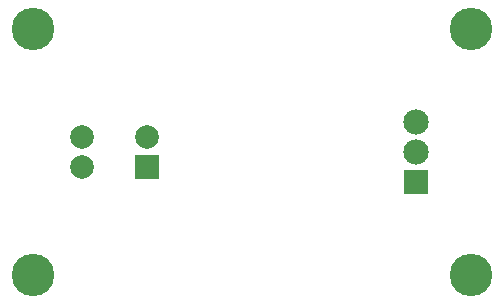
<source format=gbr>
G04 #@! TF.FileFunction,Soldermask,Bot*
%FSLAX46Y46*%
G04 Gerber Fmt 4.6, Leading zero omitted, Abs format (unit mm)*
G04 Created by KiCad (PCBNEW 4.0.3+e1-6302~38~ubuntu15.04.1-stable) date Thu Aug 25 00:23:02 2016*
%MOMM*%
%LPD*%
G01*
G04 APERTURE LIST*
%ADD10C,0.100000*%
%ADD11C,3.600000*%
%ADD12R,2.000000X2.000000*%
%ADD13C,2.000000*%
%ADD14R,2.150000X2.150000*%
%ADD15C,2.150000*%
G04 APERTURE END LIST*
D10*
D11*
X132842000Y-87376000D03*
X169926000Y-87376000D03*
X132842000Y-108204000D03*
X169926000Y-108204000D03*
D12*
X142450000Y-99060000D03*
D13*
X142450000Y-96520000D03*
X136950000Y-96520000D03*
X136950000Y-99060000D03*
D14*
X165227000Y-100330000D03*
D15*
X165227000Y-97830000D03*
X165227000Y-95330000D03*
M02*

</source>
